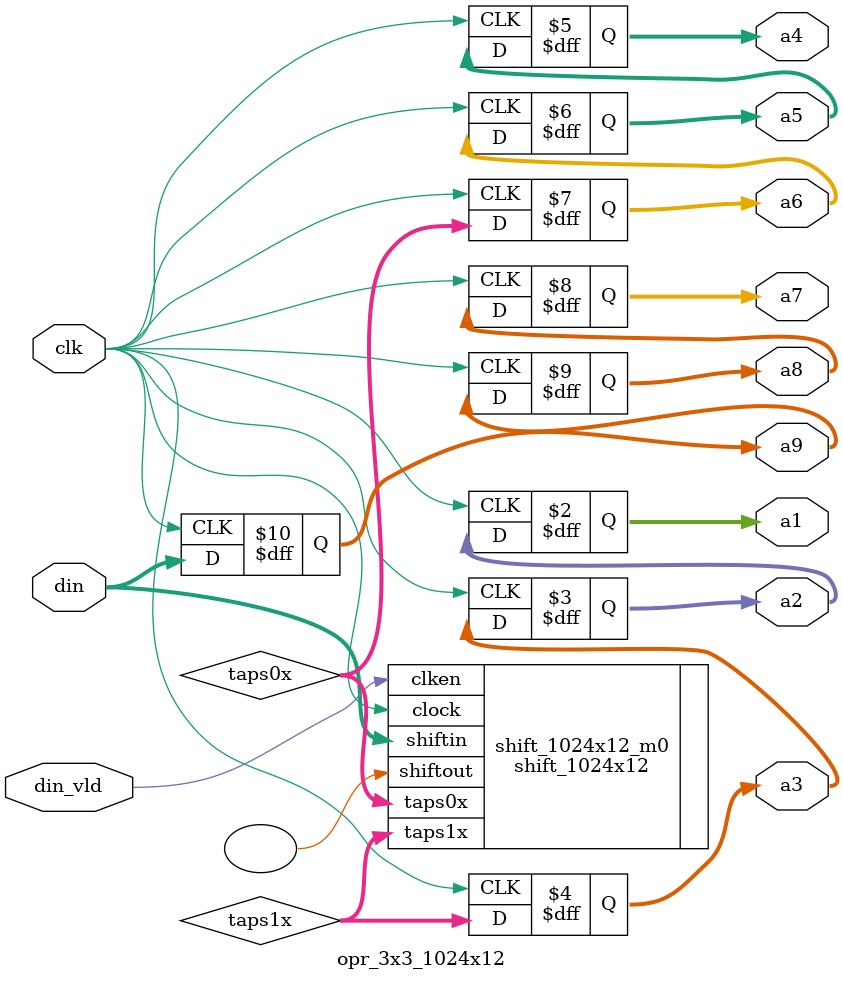
<source format=v>
module opr_3x3_1024x12(
    input                               din_vld                    ,
    input                               clk                        ,
    input              [  12:0]         din                        ,
    output reg         [  12:0]         a1, a2, a3, a4, a5, a6, a7, a8, a9 
);

wire                   [  12:0]         taps0x,taps1x              ;

// 1clk: 打拍形成矩阵, 矩阵顺序归正
always @(posedge clk) begin
    {a1, a2, a3} <= {a2, a3, taps1x};
    {a4, a5, a6} <= {a5, a6, taps0x};
    {a7, a8, a9} <= {a8, a9, din};
end

shift_1024x12 shift_1024x12_m0 (
    .clken                             (din_vld                   ),
    .clock                             (clk                       ),
    .shiftin                           (din                       ),
    .shiftout                          (                          ),
    .taps0x                            (taps0x                    ),
    .taps1x                            (taps1x                    ) 
);

endmodule
</source>
